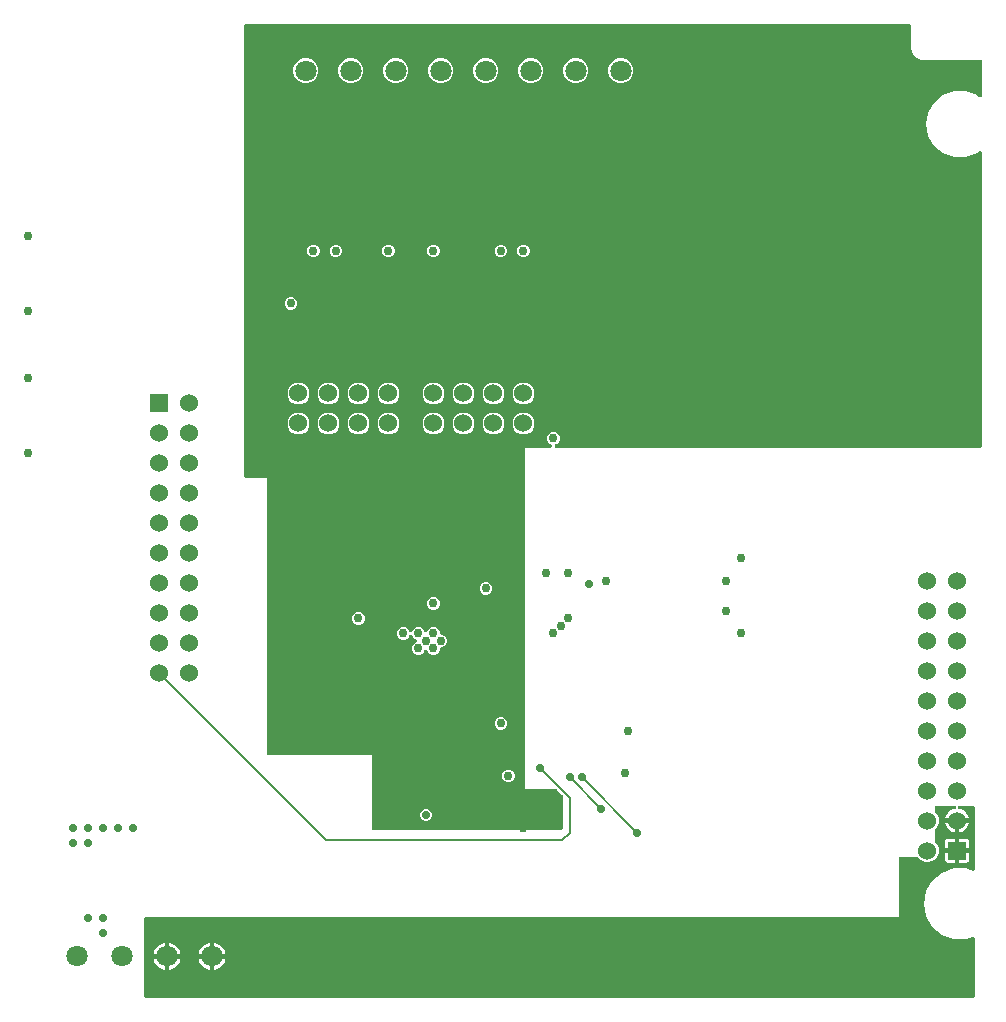
<source format=gbr>
G04 EAGLE Gerber RS-274X export*
G75*
%MOMM*%
%FSLAX34Y34*%
%LPD*%
%INBottom Copper*%
%IPPOS*%
%AMOC8*
5,1,8,0,0,1.08239X$1,22.5*%
G01*
%ADD10C,1.800000*%
%ADD11R,1.530000X1.530000*%
%ADD12C,1.530000*%
%ADD13C,0.756400*%
%ADD14C,0.706400*%
%ADD15C,0.203200*%

G36*
X82576Y-268220D02*
X82576Y-268220D01*
X82602Y-268222D01*
X82749Y-268200D01*
X82896Y-268183D01*
X82921Y-268175D01*
X82947Y-268171D01*
X83085Y-268116D01*
X83224Y-268066D01*
X83246Y-268052D01*
X83271Y-268042D01*
X83392Y-267957D01*
X83517Y-267877D01*
X83535Y-267858D01*
X83557Y-267843D01*
X83656Y-267733D01*
X83759Y-267626D01*
X83773Y-267604D01*
X83790Y-267584D01*
X83862Y-267454D01*
X83938Y-267327D01*
X83946Y-267302D01*
X83959Y-267279D01*
X83999Y-267136D01*
X84044Y-266995D01*
X84046Y-266969D01*
X84054Y-266944D01*
X84073Y-266700D01*
X84073Y-239427D01*
X84059Y-239302D01*
X84052Y-239176D01*
X84039Y-239129D01*
X84033Y-239081D01*
X83991Y-238962D01*
X83956Y-238841D01*
X83932Y-238798D01*
X83916Y-238753D01*
X83847Y-238647D01*
X83786Y-238536D01*
X83746Y-238490D01*
X83727Y-238460D01*
X83692Y-238427D01*
X83627Y-238350D01*
X79150Y-233873D01*
X79051Y-233794D01*
X78957Y-233710D01*
X78915Y-233686D01*
X78877Y-233656D01*
X78763Y-233602D01*
X78652Y-233541D01*
X78605Y-233528D01*
X78562Y-233507D01*
X78438Y-233481D01*
X78316Y-233446D01*
X78256Y-233442D01*
X78221Y-233434D01*
X78173Y-233435D01*
X78073Y-233427D01*
X52323Y-233427D01*
X52323Y55627D01*
X73683Y55627D01*
X73733Y55633D01*
X73783Y55630D01*
X73905Y55652D01*
X74029Y55667D01*
X74076Y55684D01*
X74126Y55693D01*
X74240Y55742D01*
X74357Y55784D01*
X74399Y55811D01*
X74445Y55832D01*
X74545Y55906D01*
X74650Y55973D01*
X74685Y56009D01*
X74725Y56039D01*
X74806Y56134D01*
X74892Y56224D01*
X74918Y56267D01*
X74950Y56305D01*
X75007Y56416D01*
X75071Y56523D01*
X75086Y56571D01*
X75109Y56616D01*
X75139Y56737D01*
X75177Y56855D01*
X75181Y56905D01*
X75193Y56954D01*
X75195Y57078D01*
X75205Y57202D01*
X75198Y57252D01*
X75198Y57302D01*
X75172Y57424D01*
X75153Y57547D01*
X75135Y57594D01*
X75124Y57643D01*
X75071Y57755D01*
X75025Y57871D01*
X74996Y57912D01*
X74974Y57958D01*
X74897Y58055D01*
X74826Y58157D01*
X74788Y58191D01*
X74757Y58230D01*
X74659Y58307D01*
X74567Y58390D01*
X74523Y58415D01*
X74483Y58446D01*
X74266Y58557D01*
X73194Y59001D01*
X71701Y60494D01*
X70893Y62444D01*
X70893Y64556D01*
X71701Y66506D01*
X73194Y67999D01*
X75144Y68807D01*
X77256Y68807D01*
X79206Y67999D01*
X80699Y66506D01*
X81507Y64556D01*
X81507Y62444D01*
X80699Y60494D01*
X79206Y59001D01*
X78134Y58557D01*
X78090Y58533D01*
X78043Y58516D01*
X77939Y58449D01*
X77830Y58388D01*
X77792Y58354D01*
X77750Y58327D01*
X77664Y58237D01*
X77572Y58154D01*
X77543Y58113D01*
X77508Y58076D01*
X77444Y57969D01*
X77373Y57867D01*
X77355Y57820D01*
X77329Y57777D01*
X77291Y57659D01*
X77246Y57543D01*
X77238Y57493D01*
X77223Y57445D01*
X77213Y57321D01*
X77195Y57198D01*
X77199Y57148D01*
X77195Y57098D01*
X77213Y56975D01*
X77224Y56851D01*
X77239Y56803D01*
X77247Y56753D01*
X77293Y56637D01*
X77331Y56519D01*
X77357Y56476D01*
X77375Y56429D01*
X77446Y56327D01*
X77510Y56221D01*
X77546Y56184D01*
X77574Y56143D01*
X77667Y56060D01*
X77753Y55971D01*
X77796Y55943D01*
X77833Y55910D01*
X77942Y55850D01*
X78047Y55782D01*
X78094Y55766D01*
X78138Y55741D01*
X78258Y55707D01*
X78375Y55666D01*
X78425Y55660D01*
X78474Y55646D01*
X78717Y55627D01*
X437554Y55627D01*
X437580Y55630D01*
X437606Y55628D01*
X437753Y55650D01*
X437900Y55667D01*
X437925Y55675D01*
X437951Y55679D01*
X438089Y55734D01*
X438228Y55784D01*
X438250Y55798D01*
X438275Y55808D01*
X438396Y55893D01*
X438521Y55973D01*
X438539Y55992D01*
X438561Y56007D01*
X438660Y56117D01*
X438763Y56224D01*
X438777Y56246D01*
X438794Y56266D01*
X438866Y56396D01*
X438942Y56523D01*
X438950Y56548D01*
X438963Y56571D01*
X439003Y56714D01*
X439048Y56855D01*
X439050Y56881D01*
X439058Y56906D01*
X439077Y57150D01*
X439077Y305275D01*
X439073Y305309D01*
X439076Y305343D01*
X439053Y305482D01*
X439037Y305622D01*
X439026Y305654D01*
X439021Y305687D01*
X438967Y305817D01*
X438920Y305950D01*
X438901Y305978D01*
X438889Y306010D01*
X438807Y306124D01*
X438731Y306242D01*
X438706Y306266D01*
X438687Y306294D01*
X438581Y306387D01*
X438480Y306485D01*
X438451Y306502D01*
X438425Y306525D01*
X438302Y306591D01*
X438181Y306663D01*
X438149Y306674D01*
X438119Y306690D01*
X437983Y306727D01*
X437849Y306770D01*
X437815Y306772D01*
X437782Y306781D01*
X437642Y306786D01*
X437502Y306798D01*
X437468Y306793D01*
X437434Y306794D01*
X437296Y306767D01*
X437157Y306746D01*
X437126Y306733D01*
X437092Y306727D01*
X436964Y306669D01*
X436833Y306617D01*
X436805Y306598D01*
X436774Y306584D01*
X436575Y306442D01*
X434647Y304824D01*
X425348Y301440D01*
X415452Y301440D01*
X406153Y304824D01*
X398573Y311185D01*
X393625Y319755D01*
X391907Y329500D01*
X393625Y339245D01*
X398573Y347815D01*
X406153Y354176D01*
X415452Y357560D01*
X425348Y357560D01*
X434647Y354176D01*
X436575Y352558D01*
X436603Y352539D01*
X436628Y352515D01*
X436748Y352443D01*
X436866Y352366D01*
X436898Y352354D01*
X436927Y352337D01*
X437061Y352294D01*
X437193Y352245D01*
X437226Y352241D01*
X437259Y352230D01*
X437399Y352219D01*
X437538Y352202D01*
X437572Y352205D01*
X437606Y352202D01*
X437745Y352223D01*
X437885Y352238D01*
X437917Y352249D01*
X437951Y352254D01*
X438081Y352306D01*
X438214Y352352D01*
X438243Y352370D01*
X438275Y352383D01*
X438390Y352463D01*
X438509Y352538D01*
X438533Y352562D01*
X438561Y352582D01*
X438655Y352686D01*
X438754Y352786D01*
X438772Y352815D01*
X438794Y352840D01*
X438862Y352964D01*
X438936Y353083D01*
X438946Y353116D01*
X438963Y353146D01*
X439001Y353281D01*
X439045Y353414D01*
X439048Y353448D01*
X439058Y353481D01*
X439077Y353725D01*
X439077Y382554D01*
X439074Y382580D01*
X439076Y382606D01*
X439054Y382753D01*
X439037Y382900D01*
X439029Y382925D01*
X439025Y382951D01*
X438970Y383089D01*
X438920Y383228D01*
X438906Y383250D01*
X438896Y383275D01*
X438811Y383396D01*
X438731Y383521D01*
X438712Y383539D01*
X438697Y383561D01*
X438587Y383660D01*
X438480Y383763D01*
X438458Y383777D01*
X438438Y383794D01*
X438308Y383866D01*
X438181Y383942D01*
X438156Y383950D01*
X438133Y383963D01*
X437990Y384003D01*
X437849Y384048D01*
X437823Y384050D01*
X437798Y384058D01*
X437554Y384077D01*
X387827Y384077D01*
X383813Y385740D01*
X380740Y388813D01*
X379077Y392827D01*
X379077Y412554D01*
X379074Y412580D01*
X379076Y412606D01*
X379054Y412753D01*
X379037Y412900D01*
X379029Y412925D01*
X379025Y412951D01*
X378970Y413089D01*
X378920Y413228D01*
X378906Y413250D01*
X378896Y413275D01*
X378811Y413396D01*
X378731Y413521D01*
X378712Y413539D01*
X378697Y413561D01*
X378587Y413660D01*
X378480Y413763D01*
X378458Y413777D01*
X378438Y413794D01*
X378308Y413866D01*
X378181Y413942D01*
X378156Y413950D01*
X378133Y413963D01*
X377990Y414003D01*
X377849Y414048D01*
X377823Y414050D01*
X377798Y414058D01*
X377554Y414077D01*
X-184150Y414077D01*
X-184176Y414074D01*
X-184202Y414076D01*
X-184349Y414054D01*
X-184496Y414037D01*
X-184521Y414029D01*
X-184547Y414025D01*
X-184685Y413970D01*
X-184824Y413920D01*
X-184846Y413906D01*
X-184871Y413896D01*
X-184992Y413811D01*
X-185117Y413731D01*
X-185135Y413712D01*
X-185157Y413697D01*
X-185256Y413587D01*
X-185359Y413480D01*
X-185373Y413458D01*
X-185390Y413438D01*
X-185462Y413308D01*
X-185538Y413181D01*
X-185546Y413156D01*
X-185559Y413133D01*
X-185599Y412990D01*
X-185644Y412849D01*
X-185646Y412823D01*
X-185654Y412798D01*
X-185673Y412554D01*
X-185673Y31750D01*
X-185670Y31724D01*
X-185672Y31698D01*
X-185650Y31551D01*
X-185633Y31404D01*
X-185625Y31379D01*
X-185621Y31353D01*
X-185566Y31215D01*
X-185516Y31076D01*
X-185502Y31054D01*
X-185492Y31029D01*
X-185407Y30908D01*
X-185327Y30783D01*
X-185308Y30765D01*
X-185293Y30743D01*
X-185183Y30644D01*
X-185076Y30541D01*
X-185054Y30527D01*
X-185034Y30510D01*
X-184904Y30438D01*
X-184777Y30362D01*
X-184752Y30354D01*
X-184729Y30341D01*
X-184586Y30301D01*
X-184445Y30256D01*
X-184419Y30254D01*
X-184394Y30246D01*
X-184150Y30227D01*
X-166623Y30227D01*
X-166623Y-203200D01*
X-166620Y-203226D01*
X-166622Y-203252D01*
X-166600Y-203399D01*
X-166583Y-203546D01*
X-166575Y-203571D01*
X-166571Y-203597D01*
X-166516Y-203735D01*
X-166466Y-203874D01*
X-166452Y-203896D01*
X-166442Y-203921D01*
X-166357Y-204042D01*
X-166277Y-204167D01*
X-166258Y-204185D01*
X-166243Y-204207D01*
X-166133Y-204306D01*
X-166026Y-204409D01*
X-166004Y-204423D01*
X-165984Y-204440D01*
X-165854Y-204512D01*
X-165727Y-204588D01*
X-165702Y-204596D01*
X-165679Y-204609D01*
X-165536Y-204649D01*
X-165395Y-204694D01*
X-165369Y-204696D01*
X-165344Y-204704D01*
X-165100Y-204723D01*
X-77723Y-204723D01*
X-77723Y-266700D01*
X-77720Y-266726D01*
X-77722Y-266752D01*
X-77700Y-266899D01*
X-77683Y-267046D01*
X-77675Y-267071D01*
X-77671Y-267097D01*
X-77616Y-267235D01*
X-77566Y-267374D01*
X-77552Y-267396D01*
X-77542Y-267421D01*
X-77457Y-267542D01*
X-77377Y-267667D01*
X-77358Y-267685D01*
X-77343Y-267707D01*
X-77233Y-267806D01*
X-77126Y-267909D01*
X-77104Y-267923D01*
X-77084Y-267940D01*
X-76954Y-268012D01*
X-76827Y-268088D01*
X-76802Y-268096D01*
X-76779Y-268109D01*
X-76636Y-268149D01*
X-76495Y-268194D01*
X-76469Y-268196D01*
X-76444Y-268204D01*
X-76200Y-268223D01*
X82550Y-268223D01*
X82576Y-268220D01*
G37*
G36*
X431858Y-409947D02*
X431858Y-409947D01*
X431916Y-409949D01*
X431998Y-409927D01*
X432082Y-409915D01*
X432135Y-409892D01*
X432191Y-409877D01*
X432264Y-409834D01*
X432341Y-409799D01*
X432386Y-409761D01*
X432436Y-409732D01*
X432494Y-409670D01*
X432558Y-409616D01*
X432590Y-409567D01*
X432630Y-409524D01*
X432669Y-409449D01*
X432716Y-409379D01*
X432733Y-409323D01*
X432760Y-409271D01*
X432771Y-409203D01*
X432801Y-409108D01*
X432804Y-409008D01*
X432815Y-408940D01*
X432815Y-359430D01*
X432802Y-359338D01*
X432798Y-359245D01*
X432782Y-359198D01*
X432775Y-359149D01*
X432737Y-359064D01*
X432708Y-358976D01*
X432680Y-358935D01*
X432659Y-358889D01*
X432599Y-358818D01*
X432546Y-358742D01*
X432508Y-358710D01*
X432476Y-358672D01*
X432398Y-358621D01*
X432326Y-358562D01*
X432281Y-358542D01*
X432239Y-358515D01*
X432150Y-358487D01*
X432065Y-358450D01*
X432015Y-358444D01*
X431968Y-358429D01*
X431875Y-358426D01*
X431783Y-358415D01*
X431740Y-358423D01*
X431684Y-358422D01*
X431528Y-358462D01*
X431453Y-358476D01*
X425702Y-360569D01*
X415098Y-360569D01*
X405133Y-356942D01*
X397010Y-350126D01*
X391708Y-340943D01*
X389867Y-330500D01*
X391708Y-320057D01*
X397010Y-310874D01*
X405133Y-304058D01*
X415098Y-300431D01*
X425702Y-300431D01*
X431453Y-302524D01*
X431544Y-302543D01*
X431632Y-302571D01*
X431682Y-302572D01*
X431731Y-302583D01*
X431824Y-302576D01*
X431916Y-302578D01*
X431965Y-302566D01*
X432014Y-302562D01*
X432102Y-302530D01*
X432191Y-302507D01*
X432234Y-302481D01*
X432281Y-302464D01*
X432356Y-302409D01*
X432436Y-302361D01*
X432470Y-302325D01*
X432510Y-302295D01*
X432567Y-302222D01*
X432630Y-302154D01*
X432653Y-302110D01*
X432684Y-302070D01*
X432718Y-301984D01*
X432760Y-301901D01*
X432767Y-301858D01*
X432788Y-301806D01*
X432803Y-301645D01*
X432815Y-301570D01*
X432815Y-248920D01*
X432807Y-248862D01*
X432809Y-248804D01*
X432787Y-248722D01*
X432775Y-248639D01*
X432752Y-248585D01*
X432737Y-248529D01*
X432694Y-248456D01*
X432659Y-248379D01*
X432621Y-248334D01*
X432592Y-248284D01*
X432530Y-248226D01*
X432476Y-248162D01*
X432427Y-248130D01*
X432384Y-248090D01*
X432309Y-248051D01*
X432239Y-248005D01*
X432183Y-247987D01*
X432131Y-247960D01*
X432063Y-247949D01*
X431968Y-247919D01*
X431868Y-247916D01*
X431800Y-247905D01*
X419627Y-247905D01*
X419565Y-247914D01*
X419502Y-247913D01*
X419425Y-247933D01*
X419346Y-247945D01*
X419288Y-247970D01*
X419227Y-247987D01*
X419159Y-248028D01*
X419086Y-248061D01*
X419038Y-248102D01*
X418984Y-248134D01*
X418930Y-248193D01*
X418869Y-248245D01*
X418834Y-248297D01*
X418792Y-248343D01*
X418756Y-248415D01*
X418712Y-248481D01*
X418693Y-248541D01*
X418665Y-248598D01*
X418650Y-248676D01*
X418626Y-248752D01*
X418624Y-248815D01*
X418613Y-248877D01*
X418621Y-248957D01*
X418619Y-249036D01*
X418635Y-249097D01*
X418641Y-249160D01*
X418670Y-249234D01*
X418691Y-249311D01*
X418723Y-249366D01*
X418746Y-249424D01*
X418795Y-249487D01*
X418836Y-249556D01*
X418882Y-249599D01*
X418920Y-249649D01*
X418985Y-249696D01*
X419043Y-249750D01*
X419099Y-249779D01*
X419150Y-249816D01*
X419213Y-249837D01*
X419296Y-249880D01*
X419384Y-249894D01*
X419469Y-249923D01*
X420336Y-250060D01*
X421862Y-250556D01*
X423291Y-251284D01*
X424589Y-252227D01*
X425723Y-253361D01*
X426666Y-254659D01*
X427394Y-256088D01*
X427890Y-257614D01*
X427946Y-257969D01*
X418966Y-257969D01*
X418908Y-257977D01*
X418850Y-257975D01*
X418768Y-257997D01*
X418685Y-258009D01*
X418631Y-258033D01*
X418575Y-258047D01*
X418502Y-258090D01*
X418425Y-258125D01*
X418381Y-258163D01*
X418330Y-258193D01*
X418273Y-258254D01*
X418208Y-258309D01*
X418176Y-258357D01*
X418136Y-258400D01*
X418097Y-258475D01*
X418051Y-258545D01*
X418033Y-258601D01*
X418006Y-258653D01*
X417995Y-258721D01*
X417965Y-258816D01*
X417962Y-258916D01*
X417951Y-258984D01*
X417951Y-260001D01*
X417949Y-260001D01*
X417949Y-258984D01*
X417941Y-258926D01*
X417942Y-258868D01*
X417921Y-258786D01*
X417909Y-258703D01*
X417885Y-258649D01*
X417871Y-258593D01*
X417828Y-258520D01*
X417793Y-258443D01*
X417755Y-258398D01*
X417725Y-258348D01*
X417664Y-258290D01*
X417609Y-258226D01*
X417561Y-258194D01*
X417518Y-258154D01*
X417443Y-258115D01*
X417373Y-258069D01*
X417317Y-258051D01*
X417265Y-258024D01*
X417197Y-258013D01*
X417102Y-257983D01*
X417002Y-257980D01*
X416934Y-257969D01*
X407954Y-257969D01*
X408010Y-257614D01*
X408506Y-256088D01*
X409234Y-254659D01*
X410177Y-253361D01*
X411311Y-252227D01*
X412609Y-251284D01*
X414038Y-250556D01*
X415564Y-250060D01*
X416431Y-249923D01*
X416492Y-249904D01*
X416554Y-249895D01*
X416627Y-249863D01*
X416703Y-249839D01*
X416756Y-249805D01*
X416814Y-249779D01*
X416875Y-249728D01*
X416941Y-249684D01*
X416982Y-249636D01*
X417031Y-249596D01*
X417075Y-249529D01*
X417127Y-249469D01*
X417153Y-249411D01*
X417188Y-249359D01*
X417212Y-249283D01*
X417246Y-249210D01*
X417255Y-249148D01*
X417274Y-249088D01*
X417276Y-249008D01*
X417288Y-248929D01*
X417280Y-248867D01*
X417281Y-248804D01*
X417261Y-248726D01*
X417251Y-248647D01*
X417225Y-248590D01*
X417209Y-248529D01*
X417169Y-248460D01*
X417137Y-248387D01*
X417096Y-248338D01*
X417064Y-248284D01*
X417006Y-248230D01*
X416955Y-248168D01*
X416903Y-248133D01*
X416857Y-248090D01*
X416786Y-248053D01*
X416720Y-248009D01*
X416660Y-247989D01*
X416604Y-247960D01*
X416538Y-247949D01*
X416450Y-247920D01*
X416361Y-247919D01*
X416273Y-247905D01*
X400050Y-247905D01*
X399992Y-247913D01*
X399934Y-247911D01*
X399852Y-247933D01*
X399769Y-247945D01*
X399715Y-247969D01*
X399659Y-247983D01*
X399586Y-248026D01*
X399509Y-248061D01*
X399464Y-248099D01*
X399414Y-248129D01*
X399356Y-248190D01*
X399292Y-248245D01*
X399260Y-248293D01*
X399220Y-248336D01*
X399181Y-248411D01*
X399135Y-248481D01*
X399117Y-248537D01*
X399090Y-248589D01*
X399079Y-248657D01*
X399049Y-248752D01*
X399046Y-248852D01*
X399035Y-248920D01*
X399035Y-252371D01*
X399047Y-252457D01*
X399050Y-252545D01*
X399067Y-252597D01*
X399075Y-252652D01*
X399110Y-252732D01*
X399137Y-252815D01*
X399165Y-252855D01*
X399191Y-252912D01*
X399287Y-253025D01*
X399332Y-253089D01*
X400759Y-254515D01*
X402233Y-258074D01*
X402233Y-261926D01*
X400759Y-265485D01*
X399332Y-266911D01*
X399280Y-266981D01*
X399220Y-267045D01*
X399194Y-267094D01*
X399161Y-267139D01*
X399130Y-267220D01*
X399090Y-267298D01*
X399082Y-267346D01*
X399060Y-267404D01*
X399048Y-267552D01*
X399035Y-267629D01*
X399035Y-277771D01*
X399047Y-277857D01*
X399050Y-277945D01*
X399067Y-277997D01*
X399075Y-278052D01*
X399110Y-278132D01*
X399137Y-278215D01*
X399165Y-278255D01*
X399191Y-278312D01*
X399287Y-278425D01*
X399332Y-278489D01*
X400759Y-279915D01*
X402233Y-283474D01*
X402233Y-287326D01*
X400759Y-290885D01*
X398035Y-293609D01*
X394476Y-295083D01*
X390624Y-295083D01*
X387065Y-293609D01*
X384839Y-291382D01*
X384769Y-291330D01*
X384705Y-291270D01*
X384656Y-291244D01*
X384611Y-291211D01*
X384530Y-291180D01*
X384452Y-291140D01*
X384404Y-291132D01*
X384346Y-291110D01*
X384198Y-291098D01*
X384121Y-291085D01*
X369570Y-291085D01*
X369512Y-291093D01*
X369454Y-291091D01*
X369372Y-291113D01*
X369289Y-291125D01*
X369235Y-291149D01*
X369179Y-291163D01*
X369106Y-291206D01*
X369029Y-291241D01*
X368984Y-291279D01*
X368934Y-291309D01*
X368876Y-291370D01*
X368812Y-291425D01*
X368780Y-291473D01*
X368740Y-291516D01*
X368701Y-291591D01*
X368655Y-291661D01*
X368637Y-291717D01*
X368610Y-291769D01*
X368599Y-291837D01*
X368569Y-291932D01*
X368566Y-292032D01*
X368555Y-292100D01*
X368555Y-341885D01*
X-269240Y-341885D01*
X-269298Y-341893D01*
X-269356Y-341891D01*
X-269438Y-341913D01*
X-269522Y-341925D01*
X-269575Y-341949D01*
X-269631Y-341963D01*
X-269704Y-342006D01*
X-269781Y-342041D01*
X-269826Y-342079D01*
X-269876Y-342109D01*
X-269934Y-342170D01*
X-269998Y-342225D01*
X-270030Y-342273D01*
X-270070Y-342316D01*
X-270109Y-342391D01*
X-270156Y-342461D01*
X-270173Y-342517D01*
X-270200Y-342569D01*
X-270211Y-342637D01*
X-270241Y-342732D01*
X-270244Y-342832D01*
X-270255Y-342900D01*
X-270255Y-408940D01*
X-270247Y-408998D01*
X-270249Y-409056D01*
X-270227Y-409138D01*
X-270215Y-409222D01*
X-270192Y-409275D01*
X-270177Y-409331D01*
X-270134Y-409404D01*
X-270099Y-409481D01*
X-270061Y-409526D01*
X-270032Y-409576D01*
X-269970Y-409634D01*
X-269916Y-409698D01*
X-269867Y-409730D01*
X-269824Y-409770D01*
X-269749Y-409809D01*
X-269679Y-409856D01*
X-269623Y-409873D01*
X-269571Y-409900D01*
X-269503Y-409911D01*
X-269408Y-409941D01*
X-269308Y-409944D01*
X-269240Y-409955D01*
X431800Y-409955D01*
X431858Y-409947D01*
G37*
%LPC*%
G36*
X-39156Y-119607D02*
X-39156Y-119607D01*
X-41106Y-118799D01*
X-42599Y-117306D01*
X-43407Y-115356D01*
X-43407Y-113244D01*
X-42599Y-111294D01*
X-41106Y-109801D01*
X-40034Y-109357D01*
X-39946Y-109308D01*
X-39854Y-109268D01*
X-39795Y-109224D01*
X-39730Y-109188D01*
X-39655Y-109120D01*
X-39575Y-109061D01*
X-39527Y-109004D01*
X-39472Y-108954D01*
X-39415Y-108871D01*
X-39350Y-108795D01*
X-39316Y-108728D01*
X-39273Y-108667D01*
X-39237Y-108574D01*
X-39191Y-108484D01*
X-39173Y-108412D01*
X-39146Y-108343D01*
X-39131Y-108243D01*
X-39107Y-108146D01*
X-39106Y-108072D01*
X-39095Y-107998D01*
X-39103Y-107898D01*
X-39102Y-107798D01*
X-39118Y-107725D01*
X-39124Y-107651D01*
X-39155Y-107555D01*
X-39176Y-107457D01*
X-39208Y-107390D01*
X-39231Y-107319D01*
X-39283Y-107233D01*
X-39326Y-107142D01*
X-39372Y-107084D01*
X-39410Y-107021D01*
X-39480Y-106949D01*
X-39543Y-106870D01*
X-39602Y-106824D01*
X-39653Y-106771D01*
X-39738Y-106716D01*
X-39817Y-106654D01*
X-39906Y-106608D01*
X-39947Y-106582D01*
X-39980Y-106570D01*
X-40034Y-106543D01*
X-41106Y-106099D01*
X-42599Y-104606D01*
X-43043Y-103534D01*
X-43091Y-103447D01*
X-43131Y-103354D01*
X-43176Y-103295D01*
X-43212Y-103230D01*
X-43279Y-103155D01*
X-43339Y-103075D01*
X-43396Y-103027D01*
X-43446Y-102972D01*
X-43529Y-102915D01*
X-43605Y-102850D01*
X-43672Y-102816D01*
X-43733Y-102773D01*
X-43826Y-102737D01*
X-43916Y-102691D01*
X-43988Y-102673D01*
X-44057Y-102646D01*
X-44157Y-102631D01*
X-44254Y-102607D01*
X-44328Y-102606D01*
X-44402Y-102595D01*
X-44502Y-102603D01*
X-44602Y-102602D01*
X-44675Y-102618D01*
X-44749Y-102624D01*
X-44845Y-102655D01*
X-44943Y-102676D01*
X-45010Y-102708D01*
X-45081Y-102731D01*
X-45167Y-102783D01*
X-45258Y-102826D01*
X-45316Y-102872D01*
X-45379Y-102910D01*
X-45451Y-102980D01*
X-45530Y-103043D01*
X-45576Y-103101D01*
X-45629Y-103153D01*
X-45684Y-103238D01*
X-45746Y-103317D01*
X-45792Y-103406D01*
X-45818Y-103447D01*
X-45830Y-103480D01*
X-45857Y-103534D01*
X-46301Y-104606D01*
X-47794Y-106099D01*
X-49744Y-106907D01*
X-51856Y-106907D01*
X-53806Y-106099D01*
X-55299Y-104606D01*
X-56107Y-102656D01*
X-56107Y-100544D01*
X-55299Y-98594D01*
X-53806Y-97101D01*
X-51856Y-96293D01*
X-49744Y-96293D01*
X-47794Y-97101D01*
X-46301Y-98594D01*
X-45857Y-99666D01*
X-45808Y-99754D01*
X-45768Y-99846D01*
X-45724Y-99905D01*
X-45688Y-99970D01*
X-45620Y-100045D01*
X-45561Y-100125D01*
X-45504Y-100173D01*
X-45454Y-100228D01*
X-45371Y-100285D01*
X-45295Y-100350D01*
X-45228Y-100384D01*
X-45167Y-100427D01*
X-45074Y-100463D01*
X-44984Y-100509D01*
X-44912Y-100527D01*
X-44843Y-100554D01*
X-44743Y-100569D01*
X-44646Y-100593D01*
X-44572Y-100594D01*
X-44498Y-100605D01*
X-44398Y-100597D01*
X-44298Y-100598D01*
X-44225Y-100582D01*
X-44151Y-100576D01*
X-44055Y-100545D01*
X-43957Y-100524D01*
X-43890Y-100492D01*
X-43819Y-100469D01*
X-43733Y-100417D01*
X-43642Y-100374D01*
X-43584Y-100328D01*
X-43521Y-100290D01*
X-43449Y-100220D01*
X-43370Y-100157D01*
X-43324Y-100098D01*
X-43271Y-100047D01*
X-43216Y-99962D01*
X-43154Y-99883D01*
X-43108Y-99794D01*
X-43082Y-99753D01*
X-43070Y-99720D01*
X-43043Y-99666D01*
X-42599Y-98594D01*
X-41106Y-97101D01*
X-39156Y-96293D01*
X-37044Y-96293D01*
X-35094Y-97101D01*
X-33601Y-98594D01*
X-33157Y-99666D01*
X-33108Y-99754D01*
X-33068Y-99846D01*
X-33024Y-99905D01*
X-32988Y-99970D01*
X-32920Y-100045D01*
X-32861Y-100125D01*
X-32804Y-100173D01*
X-32754Y-100228D01*
X-32671Y-100285D01*
X-32595Y-100350D01*
X-32528Y-100384D01*
X-32467Y-100427D01*
X-32374Y-100463D01*
X-32284Y-100509D01*
X-32212Y-100527D01*
X-32143Y-100554D01*
X-32043Y-100569D01*
X-31946Y-100593D01*
X-31872Y-100594D01*
X-31798Y-100605D01*
X-31698Y-100597D01*
X-31598Y-100598D01*
X-31525Y-100582D01*
X-31451Y-100576D01*
X-31355Y-100545D01*
X-31257Y-100524D01*
X-31190Y-100492D01*
X-31119Y-100469D01*
X-31033Y-100417D01*
X-30942Y-100374D01*
X-30884Y-100328D01*
X-30821Y-100290D01*
X-30749Y-100220D01*
X-30670Y-100157D01*
X-30624Y-100098D01*
X-30571Y-100047D01*
X-30516Y-99962D01*
X-30454Y-99883D01*
X-30408Y-99794D01*
X-30382Y-99753D01*
X-30370Y-99720D01*
X-30343Y-99666D01*
X-29899Y-98594D01*
X-28406Y-97101D01*
X-26456Y-96293D01*
X-24344Y-96293D01*
X-22394Y-97101D01*
X-20901Y-98594D01*
X-20093Y-100544D01*
X-20093Y-101120D01*
X-20090Y-101146D01*
X-20092Y-101172D01*
X-20070Y-101319D01*
X-20053Y-101466D01*
X-20045Y-101491D01*
X-20041Y-101517D01*
X-19986Y-101655D01*
X-19936Y-101794D01*
X-19922Y-101816D01*
X-19912Y-101841D01*
X-19827Y-101962D01*
X-19747Y-102087D01*
X-19728Y-102105D01*
X-19713Y-102127D01*
X-19603Y-102226D01*
X-19496Y-102329D01*
X-19474Y-102343D01*
X-19454Y-102360D01*
X-19324Y-102432D01*
X-19197Y-102508D01*
X-19172Y-102516D01*
X-19149Y-102529D01*
X-19006Y-102569D01*
X-18865Y-102614D01*
X-18839Y-102616D01*
X-18814Y-102624D01*
X-18570Y-102643D01*
X-17994Y-102643D01*
X-16044Y-103451D01*
X-14551Y-104944D01*
X-13743Y-106894D01*
X-13743Y-109006D01*
X-14551Y-110956D01*
X-16044Y-112449D01*
X-17994Y-113257D01*
X-18570Y-113257D01*
X-18596Y-113260D01*
X-18622Y-113258D01*
X-18769Y-113280D01*
X-18916Y-113297D01*
X-18941Y-113305D01*
X-18967Y-113309D01*
X-19105Y-113364D01*
X-19244Y-113414D01*
X-19266Y-113428D01*
X-19291Y-113438D01*
X-19412Y-113523D01*
X-19537Y-113603D01*
X-19555Y-113622D01*
X-19577Y-113637D01*
X-19676Y-113747D01*
X-19779Y-113854D01*
X-19793Y-113876D01*
X-19810Y-113896D01*
X-19882Y-114026D01*
X-19958Y-114153D01*
X-19966Y-114178D01*
X-19979Y-114201D01*
X-20019Y-114344D01*
X-20064Y-114485D01*
X-20066Y-114511D01*
X-20074Y-114536D01*
X-20093Y-114780D01*
X-20093Y-115356D01*
X-20901Y-117306D01*
X-22394Y-118799D01*
X-24344Y-119607D01*
X-26456Y-119607D01*
X-28406Y-118799D01*
X-29899Y-117306D01*
X-30343Y-116234D01*
X-30391Y-116147D01*
X-30431Y-116054D01*
X-30476Y-115995D01*
X-30512Y-115930D01*
X-30579Y-115855D01*
X-30639Y-115775D01*
X-30696Y-115727D01*
X-30746Y-115672D01*
X-30829Y-115615D01*
X-30905Y-115550D01*
X-30972Y-115516D01*
X-31033Y-115473D01*
X-31126Y-115437D01*
X-31216Y-115391D01*
X-31288Y-115373D01*
X-31357Y-115346D01*
X-31457Y-115331D01*
X-31554Y-115307D01*
X-31628Y-115306D01*
X-31702Y-115295D01*
X-31802Y-115303D01*
X-31902Y-115302D01*
X-31975Y-115318D01*
X-32049Y-115324D01*
X-32145Y-115355D01*
X-32243Y-115376D01*
X-32310Y-115408D01*
X-32381Y-115431D01*
X-32467Y-115483D01*
X-32558Y-115526D01*
X-32616Y-115572D01*
X-32679Y-115610D01*
X-32751Y-115680D01*
X-32830Y-115743D01*
X-32876Y-115801D01*
X-32929Y-115853D01*
X-32984Y-115938D01*
X-33046Y-116017D01*
X-33092Y-116106D01*
X-33118Y-116147D01*
X-33130Y-116180D01*
X-33157Y-116234D01*
X-33601Y-117306D01*
X-35094Y-118799D01*
X-37044Y-119607D01*
X-39156Y-119607D01*
G37*
%LPD*%
%LPC*%
G36*
X131257Y364475D02*
X131257Y364475D01*
X127388Y366078D01*
X124428Y369038D01*
X122825Y372907D01*
X122825Y377093D01*
X124428Y380962D01*
X127388Y383922D01*
X131257Y385525D01*
X135443Y385525D01*
X139312Y383922D01*
X142272Y380962D01*
X143875Y377093D01*
X143875Y372907D01*
X142272Y369038D01*
X139312Y366078D01*
X135443Y364475D01*
X131257Y364475D01*
G37*
%LPD*%
%LPC*%
G36*
X55057Y364475D02*
X55057Y364475D01*
X51188Y366078D01*
X48228Y369038D01*
X46625Y372907D01*
X46625Y377093D01*
X48228Y380962D01*
X51188Y383922D01*
X55057Y385525D01*
X59243Y385525D01*
X63112Y383922D01*
X66072Y380962D01*
X67675Y377093D01*
X67675Y372907D01*
X66072Y369038D01*
X63112Y366078D01*
X59243Y364475D01*
X55057Y364475D01*
G37*
%LPD*%
%LPC*%
G36*
X-59243Y364475D02*
X-59243Y364475D01*
X-63112Y366078D01*
X-66072Y369038D01*
X-67675Y372907D01*
X-67675Y377093D01*
X-66072Y380962D01*
X-63112Y383922D01*
X-59243Y385525D01*
X-55057Y385525D01*
X-51188Y383922D01*
X-48228Y380962D01*
X-46625Y377093D01*
X-46625Y372907D01*
X-48228Y369038D01*
X-51188Y366078D01*
X-55057Y364475D01*
X-59243Y364475D01*
G37*
%LPD*%
%LPC*%
G36*
X-21143Y364475D02*
X-21143Y364475D01*
X-25012Y366078D01*
X-27972Y369038D01*
X-29575Y372907D01*
X-29575Y377093D01*
X-27972Y380962D01*
X-25012Y383922D01*
X-21143Y385525D01*
X-16957Y385525D01*
X-13088Y383922D01*
X-10128Y380962D01*
X-8525Y377093D01*
X-8525Y372907D01*
X-10128Y369038D01*
X-13088Y366078D01*
X-16957Y364475D01*
X-21143Y364475D01*
G37*
%LPD*%
%LPC*%
G36*
X-97343Y364475D02*
X-97343Y364475D01*
X-101212Y366078D01*
X-104172Y369038D01*
X-105775Y372907D01*
X-105775Y377093D01*
X-104172Y380962D01*
X-101212Y383922D01*
X-97343Y385525D01*
X-93157Y385525D01*
X-89288Y383922D01*
X-86328Y380962D01*
X-84725Y377093D01*
X-84725Y372907D01*
X-86328Y369038D01*
X-89288Y366078D01*
X-93157Y364475D01*
X-97343Y364475D01*
G37*
%LPD*%
%LPC*%
G36*
X-135443Y364475D02*
X-135443Y364475D01*
X-139312Y366078D01*
X-142272Y369038D01*
X-143875Y372907D01*
X-143875Y377093D01*
X-142272Y380962D01*
X-139312Y383922D01*
X-135443Y385525D01*
X-131257Y385525D01*
X-127388Y383922D01*
X-124428Y380962D01*
X-122825Y377093D01*
X-122825Y372907D01*
X-124428Y369038D01*
X-127388Y366078D01*
X-131257Y364475D01*
X-135443Y364475D01*
G37*
%LPD*%
%LPC*%
G36*
X93157Y364475D02*
X93157Y364475D01*
X89288Y366078D01*
X86328Y369038D01*
X84725Y372907D01*
X84725Y377093D01*
X86328Y380962D01*
X89288Y383922D01*
X93157Y385525D01*
X97343Y385525D01*
X101212Y383922D01*
X104172Y380962D01*
X105775Y377093D01*
X105775Y372907D01*
X104172Y369038D01*
X101212Y366078D01*
X97343Y364475D01*
X93157Y364475D01*
G37*
%LPD*%
%LPC*%
G36*
X16957Y364475D02*
X16957Y364475D01*
X13088Y366078D01*
X10128Y369038D01*
X8525Y372907D01*
X8525Y377093D01*
X10128Y380962D01*
X13088Y383922D01*
X16957Y385525D01*
X21143Y385525D01*
X25012Y383922D01*
X27972Y380962D01*
X29575Y377093D01*
X29575Y372907D01*
X27972Y369038D01*
X25012Y366078D01*
X21143Y364475D01*
X16957Y364475D01*
G37*
%LPD*%
%LPC*%
G36*
X-141525Y67025D02*
X-141525Y67025D01*
X-144897Y68422D01*
X-147478Y71003D01*
X-148875Y74375D01*
X-148875Y78025D01*
X-147478Y81397D01*
X-144897Y83978D01*
X-141525Y85375D01*
X-137875Y85375D01*
X-134503Y83978D01*
X-131922Y81397D01*
X-130525Y78025D01*
X-130525Y74375D01*
X-131922Y71003D01*
X-134503Y68422D01*
X-137875Y67025D01*
X-141525Y67025D01*
G37*
%LPD*%
%LPC*%
G36*
X-116125Y67025D02*
X-116125Y67025D01*
X-119497Y68422D01*
X-122078Y71003D01*
X-123475Y74375D01*
X-123475Y78025D01*
X-122078Y81397D01*
X-119497Y83978D01*
X-116125Y85375D01*
X-112475Y85375D01*
X-109103Y83978D01*
X-106522Y81397D01*
X-105125Y78025D01*
X-105125Y74375D01*
X-106522Y71003D01*
X-109103Y68422D01*
X-112475Y67025D01*
X-116125Y67025D01*
G37*
%LPD*%
%LPC*%
G36*
X-65325Y67025D02*
X-65325Y67025D01*
X-68697Y68422D01*
X-71278Y71003D01*
X-72675Y74375D01*
X-72675Y78025D01*
X-71278Y81397D01*
X-68697Y83978D01*
X-65325Y85375D01*
X-61675Y85375D01*
X-58303Y83978D01*
X-55722Y81397D01*
X-54325Y78025D01*
X-54325Y74375D01*
X-55722Y71003D01*
X-58303Y68422D01*
X-61675Y67025D01*
X-65325Y67025D01*
G37*
%LPD*%
%LPC*%
G36*
X48975Y92425D02*
X48975Y92425D01*
X45603Y93822D01*
X43022Y96403D01*
X41625Y99775D01*
X41625Y103425D01*
X43022Y106797D01*
X45603Y109378D01*
X48975Y110775D01*
X52625Y110775D01*
X55997Y109378D01*
X58578Y106797D01*
X59975Y103425D01*
X59975Y99775D01*
X58578Y96403D01*
X55997Y93822D01*
X52625Y92425D01*
X48975Y92425D01*
G37*
%LPD*%
%LPC*%
G36*
X23575Y67025D02*
X23575Y67025D01*
X20203Y68422D01*
X17622Y71003D01*
X16225Y74375D01*
X16225Y78025D01*
X17622Y81397D01*
X20203Y83978D01*
X23575Y85375D01*
X27225Y85375D01*
X30597Y83978D01*
X33178Y81397D01*
X34575Y78025D01*
X34575Y74375D01*
X33178Y71003D01*
X30597Y68422D01*
X27225Y67025D01*
X23575Y67025D01*
G37*
%LPD*%
%LPC*%
G36*
X48975Y67025D02*
X48975Y67025D01*
X45603Y68422D01*
X43022Y71003D01*
X41625Y74375D01*
X41625Y78025D01*
X43022Y81397D01*
X45603Y83978D01*
X48975Y85375D01*
X52625Y85375D01*
X55997Y83978D01*
X58578Y81397D01*
X59975Y78025D01*
X59975Y74375D01*
X58578Y71003D01*
X55997Y68422D01*
X52625Y67025D01*
X48975Y67025D01*
G37*
%LPD*%
%LPC*%
G36*
X-27225Y67025D02*
X-27225Y67025D01*
X-30597Y68422D01*
X-33178Y71003D01*
X-34575Y74375D01*
X-34575Y78025D01*
X-33178Y81397D01*
X-30597Y83978D01*
X-27225Y85375D01*
X-23575Y85375D01*
X-20203Y83978D01*
X-17622Y81397D01*
X-16225Y78025D01*
X-16225Y74375D01*
X-17622Y71003D01*
X-20203Y68422D01*
X-23575Y67025D01*
X-27225Y67025D01*
G37*
%LPD*%
%LPC*%
G36*
X-27225Y92425D02*
X-27225Y92425D01*
X-30597Y93822D01*
X-33178Y96403D01*
X-34575Y99775D01*
X-34575Y103425D01*
X-33178Y106797D01*
X-30597Y109378D01*
X-27225Y110775D01*
X-23575Y110775D01*
X-20203Y109378D01*
X-17622Y106797D01*
X-16225Y103425D01*
X-16225Y99775D01*
X-17622Y96403D01*
X-20203Y93822D01*
X-23575Y92425D01*
X-27225Y92425D01*
G37*
%LPD*%
%LPC*%
G36*
X-90725Y92425D02*
X-90725Y92425D01*
X-94097Y93822D01*
X-96678Y96403D01*
X-98075Y99775D01*
X-98075Y103425D01*
X-96678Y106797D01*
X-94097Y109378D01*
X-90725Y110775D01*
X-87075Y110775D01*
X-83703Y109378D01*
X-81122Y106797D01*
X-79725Y103425D01*
X-79725Y99775D01*
X-81122Y96403D01*
X-83703Y93822D01*
X-87075Y92425D01*
X-90725Y92425D01*
G37*
%LPD*%
%LPC*%
G36*
X-65325Y92425D02*
X-65325Y92425D01*
X-68697Y93822D01*
X-71278Y96403D01*
X-72675Y99775D01*
X-72675Y103425D01*
X-71278Y106797D01*
X-68697Y109378D01*
X-65325Y110775D01*
X-61675Y110775D01*
X-58303Y109378D01*
X-55722Y106797D01*
X-54325Y103425D01*
X-54325Y99775D01*
X-55722Y96403D01*
X-58303Y93822D01*
X-61675Y92425D01*
X-65325Y92425D01*
G37*
%LPD*%
%LPC*%
G36*
X-116125Y92425D02*
X-116125Y92425D01*
X-119497Y93822D01*
X-122078Y96403D01*
X-123475Y99775D01*
X-123475Y103425D01*
X-122078Y106797D01*
X-119497Y109378D01*
X-116125Y110775D01*
X-112475Y110775D01*
X-109103Y109378D01*
X-106522Y106797D01*
X-105125Y103425D01*
X-105125Y99775D01*
X-106522Y96403D01*
X-109103Y93822D01*
X-112475Y92425D01*
X-116125Y92425D01*
G37*
%LPD*%
%LPC*%
G36*
X-141525Y92425D02*
X-141525Y92425D01*
X-144897Y93822D01*
X-147478Y96403D01*
X-148875Y99775D01*
X-148875Y103425D01*
X-147478Y106797D01*
X-144897Y109378D01*
X-141525Y110775D01*
X-137875Y110775D01*
X-134503Y109378D01*
X-131922Y106797D01*
X-130525Y103425D01*
X-130525Y99775D01*
X-131922Y96403D01*
X-134503Y93822D01*
X-137875Y92425D01*
X-141525Y92425D01*
G37*
%LPD*%
%LPC*%
G36*
X23575Y92425D02*
X23575Y92425D01*
X20203Y93822D01*
X17622Y96403D01*
X16225Y99775D01*
X16225Y103425D01*
X17622Y106797D01*
X20203Y109378D01*
X23575Y110775D01*
X27225Y110775D01*
X30597Y109378D01*
X33178Y106797D01*
X34575Y103425D01*
X34575Y99775D01*
X33178Y96403D01*
X30597Y93822D01*
X27225Y92425D01*
X23575Y92425D01*
G37*
%LPD*%
%LPC*%
G36*
X-90725Y67025D02*
X-90725Y67025D01*
X-94097Y68422D01*
X-96678Y71003D01*
X-98075Y74375D01*
X-98075Y78025D01*
X-96678Y81397D01*
X-94097Y83978D01*
X-90725Y85375D01*
X-87075Y85375D01*
X-83703Y83978D01*
X-81122Y81397D01*
X-79725Y78025D01*
X-79725Y74375D01*
X-81122Y71003D01*
X-83703Y68422D01*
X-87075Y67025D01*
X-90725Y67025D01*
G37*
%LPD*%
%LPC*%
G36*
X-1825Y67025D02*
X-1825Y67025D01*
X-5197Y68422D01*
X-7778Y71003D01*
X-9175Y74375D01*
X-9175Y78025D01*
X-7778Y81397D01*
X-5197Y83978D01*
X-1825Y85375D01*
X1825Y85375D01*
X5197Y83978D01*
X7778Y81397D01*
X9175Y78025D01*
X9175Y74375D01*
X7778Y71003D01*
X5197Y68422D01*
X1825Y67025D01*
X-1825Y67025D01*
G37*
%LPD*%
%LPC*%
G36*
X-1825Y92425D02*
X-1825Y92425D01*
X-5197Y93822D01*
X-7778Y96403D01*
X-9175Y99775D01*
X-9175Y103425D01*
X-7778Y106797D01*
X-5197Y109378D01*
X-1825Y110775D01*
X1825Y110775D01*
X5197Y109378D01*
X7778Y106797D01*
X9175Y103425D01*
X9175Y99775D01*
X7778Y96403D01*
X5197Y93822D01*
X1825Y92425D01*
X-1825Y92425D01*
G37*
%LPD*%
%LPC*%
G36*
X-64556Y216943D02*
X-64556Y216943D01*
X-66506Y217751D01*
X-67999Y219244D01*
X-68807Y221194D01*
X-68807Y223306D01*
X-67999Y225256D01*
X-66506Y226749D01*
X-64556Y227557D01*
X-62444Y227557D01*
X-60494Y226749D01*
X-59001Y225256D01*
X-58193Y223306D01*
X-58193Y221194D01*
X-59001Y219244D01*
X-60494Y217751D01*
X-62444Y216943D01*
X-64556Y216943D01*
G37*
%LPD*%
%LPC*%
G36*
X-26456Y216943D02*
X-26456Y216943D01*
X-28406Y217751D01*
X-29899Y219244D01*
X-30707Y221194D01*
X-30707Y223306D01*
X-29899Y225256D01*
X-28406Y226749D01*
X-26456Y227557D01*
X-24344Y227557D01*
X-22394Y226749D01*
X-20901Y225256D01*
X-20093Y223306D01*
X-20093Y221194D01*
X-20901Y219244D01*
X-22394Y217751D01*
X-24344Y216943D01*
X-26456Y216943D01*
G37*
%LPD*%
%LPC*%
G36*
X30694Y216943D02*
X30694Y216943D01*
X28744Y217751D01*
X27251Y219244D01*
X26443Y221194D01*
X26443Y223306D01*
X27251Y225256D01*
X28744Y226749D01*
X30694Y227557D01*
X32806Y227557D01*
X34756Y226749D01*
X36249Y225256D01*
X37057Y223306D01*
X37057Y221194D01*
X36249Y219244D01*
X34756Y217751D01*
X32806Y216943D01*
X30694Y216943D01*
G37*
%LPD*%
%LPC*%
G36*
X49744Y216943D02*
X49744Y216943D01*
X47794Y217751D01*
X46301Y219244D01*
X45493Y221194D01*
X45493Y223306D01*
X46301Y225256D01*
X47794Y226749D01*
X49744Y227557D01*
X51856Y227557D01*
X53806Y226749D01*
X55299Y225256D01*
X56107Y223306D01*
X56107Y221194D01*
X55299Y219244D01*
X53806Y217751D01*
X51856Y216943D01*
X49744Y216943D01*
G37*
%LPD*%
%LPC*%
G36*
X-128056Y216943D02*
X-128056Y216943D01*
X-130006Y217751D01*
X-131499Y219244D01*
X-132307Y221194D01*
X-132307Y223306D01*
X-131499Y225256D01*
X-130006Y226749D01*
X-128056Y227557D01*
X-125944Y227557D01*
X-123994Y226749D01*
X-122501Y225256D01*
X-121693Y223306D01*
X-121693Y221194D01*
X-122501Y219244D01*
X-123994Y217751D01*
X-125944Y216943D01*
X-128056Y216943D01*
G37*
%LPD*%
%LPC*%
G36*
X-109006Y216943D02*
X-109006Y216943D01*
X-110956Y217751D01*
X-112449Y219244D01*
X-113257Y221194D01*
X-113257Y223306D01*
X-112449Y225256D01*
X-110956Y226749D01*
X-109006Y227557D01*
X-106894Y227557D01*
X-104944Y226749D01*
X-103451Y225256D01*
X-102643Y223306D01*
X-102643Y221194D01*
X-103451Y219244D01*
X-104944Y217751D01*
X-106894Y216943D01*
X-109006Y216943D01*
G37*
%LPD*%
%LPC*%
G36*
X-147106Y172493D02*
X-147106Y172493D01*
X-149056Y173301D01*
X-150549Y174794D01*
X-151357Y176744D01*
X-151357Y178856D01*
X-150549Y180806D01*
X-149056Y182299D01*
X-147106Y183107D01*
X-144994Y183107D01*
X-143044Y182299D01*
X-141551Y180806D01*
X-140743Y178856D01*
X-140743Y176744D01*
X-141551Y174794D01*
X-143044Y173301D01*
X-144994Y172493D01*
X-147106Y172493D01*
G37*
%LPD*%
%LPC*%
G36*
X17994Y-68807D02*
X17994Y-68807D01*
X16044Y-67999D01*
X14551Y-66506D01*
X13743Y-64556D01*
X13743Y-62444D01*
X14551Y-60494D01*
X16044Y-59001D01*
X17994Y-58193D01*
X20106Y-58193D01*
X22056Y-59001D01*
X23549Y-60494D01*
X24357Y-62444D01*
X24357Y-64556D01*
X23549Y-66506D01*
X22056Y-67999D01*
X20106Y-68807D01*
X17994Y-68807D01*
G37*
%LPD*%
%LPC*%
G36*
X-26456Y-81507D02*
X-26456Y-81507D01*
X-28406Y-80699D01*
X-29899Y-79206D01*
X-30707Y-77256D01*
X-30707Y-75144D01*
X-29899Y-73194D01*
X-28406Y-71701D01*
X-26456Y-70893D01*
X-24344Y-70893D01*
X-22394Y-71701D01*
X-20901Y-73194D01*
X-20093Y-75144D01*
X-20093Y-77256D01*
X-20901Y-79206D01*
X-22394Y-80699D01*
X-24344Y-81507D01*
X-26456Y-81507D01*
G37*
%LPD*%
%LPC*%
G36*
X-89956Y-94207D02*
X-89956Y-94207D01*
X-91906Y-93399D01*
X-93399Y-91906D01*
X-94207Y-89956D01*
X-94207Y-87844D01*
X-93399Y-85894D01*
X-91906Y-84401D01*
X-89956Y-83593D01*
X-87844Y-83593D01*
X-85894Y-84401D01*
X-84401Y-85894D01*
X-83593Y-87844D01*
X-83593Y-89956D01*
X-84401Y-91906D01*
X-85894Y-93399D01*
X-87844Y-94207D01*
X-89956Y-94207D01*
G37*
%LPD*%
%LPC*%
G36*
X30694Y-183107D02*
X30694Y-183107D01*
X28744Y-182299D01*
X27251Y-180806D01*
X26443Y-178856D01*
X26443Y-176744D01*
X27251Y-174794D01*
X28744Y-173301D01*
X30694Y-172493D01*
X32806Y-172493D01*
X34756Y-173301D01*
X36249Y-174794D01*
X37057Y-176744D01*
X37057Y-178856D01*
X36249Y-180806D01*
X34756Y-182299D01*
X32806Y-183107D01*
X30694Y-183107D01*
G37*
%LPD*%
%LPC*%
G36*
X37044Y-227557D02*
X37044Y-227557D01*
X35094Y-226749D01*
X33601Y-225256D01*
X32793Y-223306D01*
X32793Y-221194D01*
X33601Y-219244D01*
X35094Y-217751D01*
X37044Y-216943D01*
X39156Y-216943D01*
X41106Y-217751D01*
X42599Y-219244D01*
X43407Y-221194D01*
X43407Y-223306D01*
X42599Y-225256D01*
X41106Y-226749D01*
X39156Y-227557D01*
X37044Y-227557D01*
G37*
%LPD*%
%LPC*%
G36*
X-32756Y-260327D02*
X-32756Y-260327D01*
X-34614Y-259557D01*
X-36037Y-258134D01*
X-36807Y-256276D01*
X-36807Y-254264D01*
X-36037Y-252406D01*
X-34614Y-250983D01*
X-32756Y-250213D01*
X-30744Y-250213D01*
X-28886Y-250983D01*
X-27463Y-252406D01*
X-26693Y-254264D01*
X-26693Y-256276D01*
X-27463Y-258134D01*
X-28886Y-259557D01*
X-30744Y-260327D01*
X-32756Y-260327D01*
G37*
%LPD*%
%LPC*%
G36*
X419981Y-295591D02*
X419981Y-295591D01*
X419981Y-287431D01*
X428141Y-287431D01*
X428141Y-293384D01*
X427968Y-294031D01*
X427633Y-294610D01*
X427160Y-295083D01*
X426581Y-295418D01*
X425934Y-295591D01*
X419981Y-295591D01*
G37*
%LPD*%
%LPC*%
G36*
X419981Y-283369D02*
X419981Y-283369D01*
X419981Y-275209D01*
X425934Y-275209D01*
X426581Y-275382D01*
X427160Y-275717D01*
X427633Y-276190D01*
X427968Y-276769D01*
X428141Y-277416D01*
X428141Y-283369D01*
X419981Y-283369D01*
G37*
%LPD*%
%LPC*%
G36*
X409966Y-295591D02*
X409966Y-295591D01*
X409319Y-295418D01*
X408740Y-295083D01*
X408267Y-294610D01*
X407932Y-294031D01*
X407759Y-293384D01*
X407759Y-287431D01*
X415919Y-287431D01*
X415919Y-295591D01*
X409966Y-295591D01*
G37*
%LPD*%
%LPC*%
G36*
X407759Y-283369D02*
X407759Y-283369D01*
X407759Y-277416D01*
X407932Y-276769D01*
X408267Y-276190D01*
X408740Y-275717D01*
X409319Y-275382D01*
X409966Y-275209D01*
X415919Y-275209D01*
X415919Y-283369D01*
X407759Y-283369D01*
G37*
%LPD*%
%LPC*%
G36*
X-253652Y-386257D02*
X-253652Y-386257D01*
X-255380Y-385695D01*
X-256999Y-384870D01*
X-258468Y-383803D01*
X-259753Y-382518D01*
X-260820Y-381049D01*
X-261645Y-379430D01*
X-262207Y-377702D01*
X-262313Y-377031D01*
X-252981Y-377031D01*
X-252981Y-386363D01*
X-253652Y-386257D01*
G37*
%LPD*%
%LPC*%
G36*
X-215552Y-386257D02*
X-215552Y-386257D01*
X-217280Y-385695D01*
X-218899Y-384870D01*
X-220368Y-383803D01*
X-221653Y-382518D01*
X-222720Y-381049D01*
X-223545Y-379430D01*
X-224107Y-377702D01*
X-224213Y-377031D01*
X-214881Y-377031D01*
X-214881Y-386363D01*
X-215552Y-386257D01*
G37*
%LPD*%
%LPC*%
G36*
X-262313Y-372969D02*
X-262313Y-372969D01*
X-262207Y-372298D01*
X-261645Y-370570D01*
X-260820Y-368951D01*
X-259753Y-367482D01*
X-258468Y-366197D01*
X-256999Y-365130D01*
X-255380Y-364305D01*
X-253652Y-363743D01*
X-252981Y-363637D01*
X-252981Y-372969D01*
X-262313Y-372969D01*
G37*
%LPD*%
%LPC*%
G36*
X-224213Y-372969D02*
X-224213Y-372969D01*
X-224107Y-372298D01*
X-223545Y-370570D01*
X-222720Y-368951D01*
X-221653Y-367482D01*
X-220368Y-366197D01*
X-218899Y-365130D01*
X-217280Y-364305D01*
X-215552Y-363743D01*
X-214881Y-363637D01*
X-214881Y-372969D01*
X-224213Y-372969D01*
G37*
%LPD*%
%LPC*%
G36*
X-248919Y-377031D02*
X-248919Y-377031D01*
X-239587Y-377031D01*
X-239693Y-377702D01*
X-240255Y-379430D01*
X-241080Y-381049D01*
X-242147Y-382518D01*
X-243432Y-383803D01*
X-244901Y-384870D01*
X-246520Y-385695D01*
X-248248Y-386257D01*
X-248919Y-386363D01*
X-248919Y-377031D01*
G37*
%LPD*%
%LPC*%
G36*
X-210819Y-377031D02*
X-210819Y-377031D01*
X-201487Y-377031D01*
X-201593Y-377702D01*
X-202155Y-379430D01*
X-202980Y-381049D01*
X-204047Y-382518D01*
X-205332Y-383803D01*
X-206801Y-384870D01*
X-208420Y-385695D01*
X-210148Y-386257D01*
X-210819Y-386363D01*
X-210819Y-377031D01*
G37*
%LPD*%
%LPC*%
G36*
X-210819Y-372969D02*
X-210819Y-372969D01*
X-210819Y-363637D01*
X-210148Y-363743D01*
X-208420Y-364305D01*
X-206801Y-365130D01*
X-205332Y-366197D01*
X-204047Y-367482D01*
X-202980Y-368951D01*
X-202155Y-370570D01*
X-201593Y-372298D01*
X-201487Y-372969D01*
X-210819Y-372969D01*
G37*
%LPD*%
%LPC*%
G36*
X-248919Y-372969D02*
X-248919Y-372969D01*
X-248919Y-363637D01*
X-248248Y-363743D01*
X-246520Y-364305D01*
X-244901Y-365130D01*
X-243432Y-366197D01*
X-242147Y-367482D01*
X-241080Y-368951D01*
X-240255Y-370570D01*
X-239693Y-372298D01*
X-239587Y-372969D01*
X-248919Y-372969D01*
G37*
%LPD*%
%LPC*%
G36*
X419981Y-262031D02*
X419981Y-262031D01*
X427946Y-262031D01*
X427890Y-262386D01*
X427394Y-263912D01*
X426666Y-265341D01*
X425723Y-266639D01*
X424589Y-267773D01*
X423291Y-268716D01*
X421862Y-269444D01*
X420336Y-269940D01*
X419981Y-269996D01*
X419981Y-262031D01*
G37*
%LPD*%
%LPC*%
G36*
X415564Y-269940D02*
X415564Y-269940D01*
X414038Y-269444D01*
X412609Y-268716D01*
X411311Y-267773D01*
X410177Y-266639D01*
X409234Y-265341D01*
X408506Y-263912D01*
X408010Y-262386D01*
X407954Y-262031D01*
X415919Y-262031D01*
X415919Y-269996D01*
X415564Y-269940D01*
G37*
%LPD*%
%LPC*%
G36*
X417949Y-285401D02*
X417949Y-285401D01*
X417949Y-285399D01*
X417951Y-285399D01*
X417951Y-285401D01*
X417949Y-285401D01*
G37*
%LPD*%
%LPC*%
G36*
X-250951Y-375001D02*
X-250951Y-375001D01*
X-250951Y-374999D01*
X-250949Y-374999D01*
X-250949Y-375001D01*
X-250951Y-375001D01*
G37*
%LPD*%
%LPC*%
G36*
X-212851Y-375001D02*
X-212851Y-375001D01*
X-212851Y-374999D01*
X-212849Y-374999D01*
X-212849Y-375001D01*
X-212851Y-375001D01*
G37*
%LPD*%
D10*
X133350Y375000D03*
X95250Y375000D03*
X57150Y375000D03*
X19050Y375000D03*
X-19050Y375000D03*
X-57150Y375000D03*
X-95250Y375000D03*
X-133350Y375000D03*
X-327150Y-375000D03*
X-289050Y-375000D03*
X-250950Y-375000D03*
X-212850Y-375000D03*
D11*
X417950Y-285400D03*
D12*
X392550Y-285400D03*
X417950Y-260000D03*
X392550Y-260000D03*
X417950Y-234600D03*
X392550Y-234600D03*
X417950Y-209200D03*
X392550Y-209200D03*
X417950Y-183800D03*
X392550Y-183800D03*
X417950Y-158400D03*
X392550Y-158400D03*
X417950Y-133000D03*
X392550Y-133000D03*
X417950Y-107600D03*
X392550Y-107600D03*
X417950Y-82200D03*
X392550Y-82200D03*
X417950Y-56800D03*
X392550Y-56800D03*
D11*
X-257450Y93200D03*
D12*
X-232050Y93200D03*
X-257450Y67800D03*
X-232050Y67800D03*
X-257450Y42400D03*
X-232050Y42400D03*
X-257450Y17000D03*
X-232050Y17000D03*
X-257450Y-8400D03*
X-232050Y-8400D03*
X-257450Y-33800D03*
X-232050Y-33800D03*
X-257450Y-59200D03*
X-232050Y-59200D03*
X-257450Y-84600D03*
X-232050Y-84600D03*
X-257450Y-110000D03*
X-232050Y-110000D03*
X-257450Y-135400D03*
X-232050Y-135400D03*
X-139700Y76200D03*
X-114300Y76200D03*
X-88900Y76200D03*
X-139700Y101600D03*
X-114300Y101600D03*
X-88900Y101600D03*
X-63500Y76200D03*
X-63500Y101600D03*
X-25400Y76200D03*
X0Y76200D03*
X25400Y76200D03*
X-25400Y101600D03*
X0Y101600D03*
X25400Y101600D03*
X50800Y76200D03*
X50800Y101600D03*
D13*
X69850Y-50800D03*
D14*
X106680Y-59690D03*
D13*
X222250Y-57150D03*
X222250Y-82550D03*
X234950Y-101600D03*
X234950Y-38100D03*
X76200Y-101600D03*
X120650Y-57150D03*
X88900Y-50800D03*
X82550Y-95250D03*
X88900Y-88900D03*
D14*
X-330200Y-266700D03*
X-317500Y-266700D03*
X-330200Y-279400D03*
X-317500Y-279400D03*
X-304800Y-266700D03*
X-292100Y-266700D03*
X-279400Y-266700D03*
X-304800Y-342900D03*
X-304800Y-355600D03*
X-317500Y-342900D03*
D13*
X-368300Y50800D03*
X-368300Y114300D03*
X-368300Y171450D03*
X-368300Y234950D03*
X-63500Y-241300D03*
X-50800Y-254000D03*
X50800Y-266700D03*
X-76200Y-44450D03*
X-67310Y-27940D03*
X-111760Y-15240D03*
X12700Y-43180D03*
X25400Y241300D03*
X-95250Y241300D03*
X-12700Y-43180D03*
X63500Y184150D03*
X-69850Y241300D03*
X-6350Y266700D03*
D14*
X-63500Y-254000D03*
X90170Y-223520D03*
D15*
X116840Y-250190D01*
D14*
X116840Y-250190D03*
D13*
X139700Y-184150D03*
X-146050Y177800D03*
X76200Y63500D03*
X-107950Y222250D03*
X-63500Y222250D03*
X-25400Y222250D03*
X31750Y222250D03*
X-127000Y222250D03*
X-88900Y-88900D03*
X50800Y222250D03*
X19050Y-63500D03*
X-25400Y-76200D03*
X137160Y-219710D03*
D14*
X147320Y-270510D03*
X100330Y-223520D03*
D15*
X147320Y-270510D01*
D13*
X-31750Y-107950D03*
X-19050Y-107950D03*
X-25400Y-101600D03*
X-25400Y-114300D03*
X-38100Y-101600D03*
X-50800Y-101600D03*
X-38100Y-114300D03*
X38100Y-222250D03*
X31750Y-177800D03*
D14*
X-31750Y-255270D03*
X64770Y-215900D03*
D15*
X90170Y-241300D01*
X90170Y-270510D01*
X83820Y-276860D01*
X-115990Y-276860D02*
X-257450Y-135400D01*
X-115990Y-276860D02*
X83820Y-276860D01*
M02*

</source>
